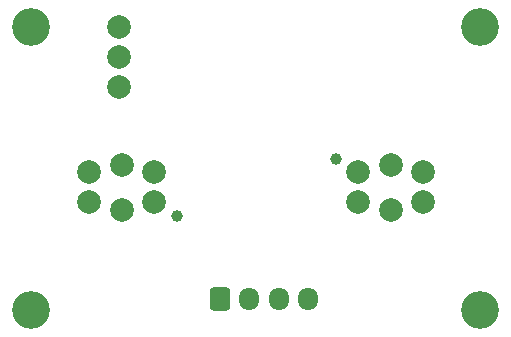
<source format=gbr>
%TF.GenerationSoftware,KiCad,Pcbnew,9.0.0*%
%TF.CreationDate,2025-04-22T12:40:58+02:00*%
%TF.ProjectId,carte-capteur-ir,63617274-652d-4636-9170-746575722d69,rev?*%
%TF.SameCoordinates,Original*%
%TF.FileFunction,Soldermask,Bot*%
%TF.FilePolarity,Negative*%
%FSLAX46Y46*%
G04 Gerber Fmt 4.6, Leading zero omitted, Abs format (unit mm)*
G04 Created by KiCad (PCBNEW 9.0.0) date 2025-04-22 12:40:58*
%MOMM*%
%LPD*%
G01*
G04 APERTURE LIST*
G04 Aperture macros list*
%AMRoundRect*
0 Rectangle with rounded corners*
0 $1 Rounding radius*
0 $2 $3 $4 $5 $6 $7 $8 $9 X,Y pos of 4 corners*
0 Add a 4 corners polygon primitive as box body*
4,1,4,$2,$3,$4,$5,$6,$7,$8,$9,$2,$3,0*
0 Add four circle primitives for the rounded corners*
1,1,$1+$1,$2,$3*
1,1,$1+$1,$4,$5*
1,1,$1+$1,$6,$7*
1,1,$1+$1,$8,$9*
0 Add four rect primitives between the rounded corners*
20,1,$1+$1,$2,$3,$4,$5,0*
20,1,$1+$1,$4,$5,$6,$7,0*
20,1,$1+$1,$6,$7,$8,$9,0*
20,1,$1+$1,$8,$9,$2,$3,0*%
G04 Aperture macros list end*
%ADD10C,3.200000*%
%ADD11RoundRect,0.250000X-0.600000X-0.725000X0.600000X-0.725000X0.600000X0.725000X-0.600000X0.725000X0*%
%ADD12O,1.700000X1.950000*%
%ADD13C,2.000000*%
%ADD14C,0.990600*%
G04 APERTURE END LIST*
D10*
%TO.C,REF\u002A\u002A*%
X243500000Y-100000000D03*
%TD*%
%TO.C,REF\u002A\u002A*%
X205500000Y-76000000D03*
%TD*%
%TO.C,REF\u002A\u002A*%
X243500000Y-76000000D03*
%TD*%
%TO.C,REF\u002A\u002A*%
X205500000Y-100000000D03*
%TD*%
D11*
%TO.C,J1*%
X221454426Y-99060575D03*
D12*
X226454426Y-99060575D03*
X223954426Y-99060575D03*
X228954426Y-99060575D03*
%TD*%
D13*
%TO.C,R9*%
X212954426Y-81140575D03*
X212954426Y-78600575D03*
X212954426Y-76060575D03*
%TD*%
%TO.C,U2*%
X233194427Y-88350575D03*
X238694426Y-88350575D03*
D14*
X231294426Y-87170575D03*
D13*
X233194427Y-90890575D03*
X238694426Y-90890575D03*
X235944427Y-91520574D03*
X235944427Y-87720576D03*
%TD*%
%TO.C,U3*%
X215944427Y-90885776D03*
X210444428Y-90885776D03*
D14*
X217844428Y-92065776D03*
D13*
X215944427Y-88345776D03*
X210444428Y-88345776D03*
X213194427Y-87715777D03*
X213194427Y-91515775D03*
%TD*%
M02*

</source>
